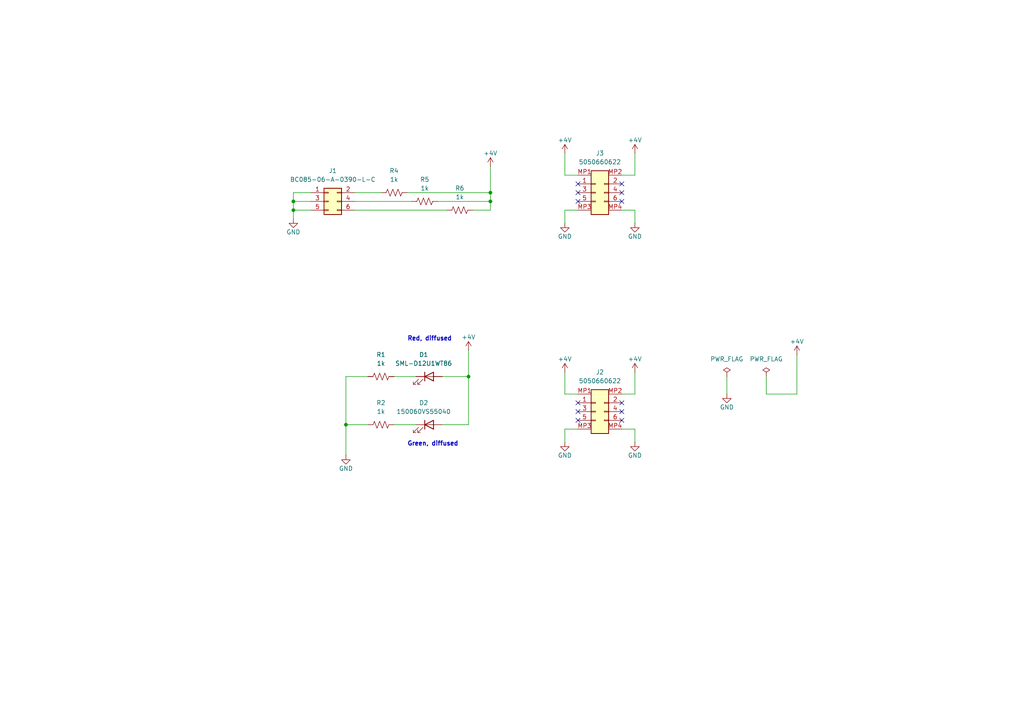
<source format=kicad_sch>
(kicad_sch (version 20231120) (generator "eeschema") (generator_version "8.0")
  (paper "A4")
  (title_block (title "ONIX Neuropixels LED Tracking Module") (rev "A") (company "Open Ephys, Inc") (comment 1 "Jonathan P. Newman"))
  (lib_symbols
    (symbol "Connector_Generic:Conn_02x03_Odd_Even" (pin_names (offset 1.016) hide)
      (property "Reference" "J" (at 1.27 5.08 0))
      (property "Value" "Conn_02x03_Odd_Even" (at 1.27 -5.08 0))
      (symbol "Conn_02x03_Odd_Even_1_1"
        (rectangle (start -1.27 -2.413) (end 0 -2.667) (stroke (width 0.1524)))
        (rectangle (start -1.27 0.127) (end 0 -0.127) (stroke (width 0.1524)))
        (rectangle (start -1.27 2.667) (end 0 2.413) (stroke (width 0.1524)))
        (rectangle (start -1.27 3.81) (end 3.81 -3.81) (stroke (width 0.254)) (fill (type background)))
        (rectangle (start 3.81 -2.413) (end 2.54 -2.667) (stroke (width 0.1524)))
        (rectangle (start 3.81 0.127) (end 2.54 -0.127) (stroke (width 0.1524)))
        (rectangle (start 3.81 2.667) (end 2.54 2.413) (stroke (width 0.1524)))
        (pin passive line (at -5.08 2.54 0) (length 3.81) (name "Pin_1") (number "1"))
        (pin passive line (at 7.62 2.54 180) (length 3.81) (name "Pin_2") (number "2"))
        (pin passive line (at -5.08 0 0) (length 3.81) (name "Pin_3") (number "3"))
        (pin passive line (at 7.62 0 180) (length 3.81) (name "Pin_4") (number "4"))
        (pin passive line (at -5.08 -2.54 0) (length 3.81) (name "Pin_5") (number "5"))
        (pin passive line (at 7.62 -2.54 180) (length 3.81) (name "Pin_6") (number "6"))
      )
    )
    (symbol "Device:LED" (pin_numbers hide) (pin_names (offset 1.016) hide)
      (property "Reference" "D" (at 0 2.54 0))
      (property "Value" "LED" (at 0 -2.54 0))
      (symbol "LED_0_1"
        (polyline (pts (xy -1.27 -1.27) (xy -1.27 1.27)) (stroke (width 0.254)))
        (polyline (pts (xy -1.27 0) (xy 1.27 0)))
        (polyline (pts (xy 1.27 -1.27) (xy 1.27 1.27) (xy -1.27 0) (xy 1.27 -1.27)) (stroke (width 0.254)))
        (polyline (pts (xy -3.048 -0.762) (xy -4.572 -2.286) (xy -3.81 -2.286) (xy -4.572 -2.286) (xy -4.572 -1.524)))
        (polyline (pts (xy -1.778 -0.762) (xy -3.302 -2.286) (xy -2.54 -2.286) (xy -3.302 -2.286) (xy -3.302 -1.524)))
      )
      (symbol "LED_1_1"
        (pin passive line (at -3.81 0 0) (length 2.54) (name "K") (number "1"))
        (pin passive line (at 3.81 0 180) (length 2.54) (name "A") (number "2"))
      )
    )
    (symbol "Device:R_US" (pin_numbers hide) (pin_names (offset 0))
      (property "Reference" "R" (at 2.54 0 90))
      (property "Value" "R_US" (at -2.54 0 90))
      (symbol "R_US_0_1"
        (polyline (pts (xy 0 -2.286) (xy 0 -2.54)))
        (polyline (pts (xy 0 2.286) (xy 0 2.54)))
        (polyline (pts (xy 0 -0.762) (xy 1.016 -1.143) (xy 0 -1.524) (xy -1.016 -1.905) (xy 0 -2.286)))
        (polyline (pts (xy 0 0.762) (xy 1.016 0.381) (xy 0 0) (xy -1.016 -0.381) (xy 0 -0.762)))
        (polyline (pts (xy 0 2.286) (xy 1.016 1.905) (xy 0 1.524) (xy -1.016 1.143) (xy 0 0.762)))
      )
      (symbol "R_US_1_1"
        (pin passive line (at 0 3.81 270) (length 1.27) (name "~") (number "1"))
        (pin passive line (at 0 -3.81 90) (length 1.27) (name "~") (number "2"))
      )
    )
    (symbol "jonnew:Conn_02x3_Odd_Even_4Mech" (pin_names hide)
      (property "Reference" "J" (at 0 11.43 0))
      (property "Value" "Conn_02x3_Odd_Even_4Mech" (at 1.27 8.89 0))
      (symbol "Conn_02x3_Odd_Even_4Mech_1_1"
        (rectangle (start -2.54 -2.413) (end -1.27 -2.667) (stroke (width 0.1524)))
        (rectangle (start -2.54 0.127) (end -1.27 -0.127) (stroke (width 0.1524)))
        (rectangle (start -2.54 2.667) (end -1.27 2.413) (stroke (width 0.1524)))
        (rectangle (start -2.54 6.35) (end 2.54 -6.35) (stroke (width 0.254)) (fill (type background)))
        (rectangle (start 2.54 -2.413) (end 1.27 -2.667) (stroke (width 0.1524)))
        (rectangle (start 2.54 0.127) (end 1.27 -0.127) (stroke (width 0.1524)))
        (rectangle (start 2.54 2.667) (end 1.27 2.413) (stroke (width 0.1524)))
        (pin passive line (at -6.35 2.54 0) (length 3.81) (name "Pin_1") (number "1"))
        (pin passive line (at 6.35 2.54 180) (length 3.81) (name "Pin_2") (number "2"))
        (pin passive line (at -6.35 0 0) (length 3.81) (name "Pin_3") (number "3"))
        (pin passive line (at 6.35 0 180) (length 3.81) (name "Pin_4") (number "4"))
        (pin passive line (at -6.35 -2.54 0) (length 3.81) (name "Pin_5") (number "5"))
        (pin passive line (at 6.35 -2.54 180) (length 3.81) (name "Pin_6") (number "6"))
        (pin passive line (at -6.35 5.08 0) (length 3.81) (name "MountPin1") (number "MP1"))
        (pin passive line (at 6.35 5.08 180) (length 3.81) (name "MountPin2") (number "MP2"))
        (pin passive line (at -6.35 -5.08 0) (length 3.81) (name "MountPin3") (number "MP3"))
        (pin passive line (at 6.35 -5.08 180) (length 3.81) (name "MountPin4") (number "MP4"))
      )
    )
    (symbol "power:+4V" (power) (pin_numbers hide) (pin_names (offset 0) hide)
      (property "Value" "+4V" (at 0 3.556 0))
      (symbol "+4V_0_1"
        (polyline (pts (xy -0.762 1.27) (xy 0 2.54)))
        (polyline (pts (xy 0 0) (xy 0 2.54)))
        (polyline (pts (xy 0 2.54) (xy 0.762 1.27)))
      )
      (symbol "+4V_1_1"
        (pin power_in line (at 0 0 90) (length 0) (name "~") (number "1"))
      )
    )
    (symbol "power:GND" (power) (pin_numbers hide) (pin_names (offset 0) hide)
      (property "Value" "GND" (at 0 -3.81 0))
      (symbol "GND_0_1"
        (polyline (pts (xy 0 0) (xy 0 -1.27) (xy 1.27 -1.27) (xy 0 -2.54) (xy -1.27 -1.27) (xy 0 -1.27)))
      )
      (symbol "GND_1_1"
        (pin power_in line (at 0 0 270) (length 0) (name "~") (number "1"))
      )
    )
    (symbol "power:PWR_FLAG" (power) (pin_numbers hide) (pin_names (offset 0) hide)
      (property "Value" "PWR_FLAG" (at 0 3.81 0))
      (symbol "PWR_FLAG_0_0"
        (pin power_out line (at 0 0 90) (length 0) (name "~") (number "1"))
      )
      (symbol "PWR_FLAG_0_1"
        (polyline (pts (xy 0 0) (xy 0 1.27) (xy -1.016 1.905) (xy 0 2.54) (xy 1.016 1.905) (xy 0 1.27)))
      )
    )
  )
  (junction (at 135.89 109.22))
  (junction (at 85.09 60.96))
  (junction (at 100.33 123.19))
  (junction (at 142.24 58.42))
  (junction (at 142.24 55.88))
  (junction (at 85.09 58.42))
  (no_connect (at 180.34 55.88))
  (no_connect (at 167.64 58.42))
  (no_connect (at 180.34 119.38))
  (no_connect (at 167.64 53.34))
  (no_connect (at 180.34 116.84))
  (no_connect (at 180.34 53.34))
  (no_connect (at 180.34 58.42))
  (no_connect (at 167.64 121.92))
  (no_connect (at 167.64 55.88))
  (no_connect (at 167.64 116.84))
  (no_connect (at 167.64 119.38))
  (no_connect (at 180.34 121.92))
  (wire (pts (xy 85.09 58.42) (xy 90.17 58.42)))
  (wire (pts (xy 100.33 109.22) (xy 100.33 123.19)))
  (wire (pts (xy 102.87 58.42) (xy 119.38 58.42)))
  (wire (pts (xy 180.34 124.46) (xy 184.15 124.46)))
  (wire (pts (xy 167.64 124.46) (xy 163.83 124.46)))
  (wire (pts (xy 114.3 123.19) (xy 120.65 123.19)))
  (wire (pts (xy 128.27 109.22) (xy 135.89 109.22)))
  (wire (pts (xy 184.15 44.45) (xy 184.15 50.8)))
  (wire (pts (xy 102.87 55.88) (xy 110.49 55.88)))
  (wire (pts (xy 210.82 109.22) (xy 210.82 114.3)))
  (wire (pts (xy 184.15 124.46) (xy 184.15 128.27)))
  (wire (pts (xy 106.68 109.22) (xy 100.33 109.22)))
  (wire (pts (xy 114.3 109.22) (xy 120.65 109.22)))
  (wire (pts (xy 231.14 114.3) (xy 231.14 102.87)))
  (wire (pts (xy 180.34 60.96) (xy 184.15 60.96)))
  (wire (pts (xy 100.33 123.19) (xy 106.68 123.19)))
  (wire (pts (xy 163.83 44.45) (xy 163.83 50.8)))
  (wire (pts (xy 163.83 60.96) (xy 163.83 64.77)))
  (wire (pts (xy 180.34 50.8) (xy 184.15 50.8)))
  (wire (pts (xy 184.15 60.96) (xy 184.15 64.77)))
  (wire (pts (xy 163.83 114.3) (xy 167.64 114.3)))
  (wire (pts (xy 222.25 114.3) (xy 231.14 114.3)))
  (wire (pts (xy 85.09 60.96) (xy 85.09 63.5)))
  (wire (pts (xy 100.33 123.19) (xy 100.33 132.08)))
  (wire (pts (xy 180.34 114.3) (xy 184.15 114.3)))
  (wire (pts (xy 85.09 58.42) (xy 85.09 60.96)))
  (wire (pts (xy 163.83 50.8) (xy 167.64 50.8)))
  (wire (pts (xy 163.83 107.95) (xy 163.83 114.3)))
  (wire (pts (xy 127 58.42) (xy 142.24 58.42)))
  (wire (pts (xy 163.83 124.46) (xy 163.83 128.27)))
  (wire (pts (xy 184.15 107.95) (xy 184.15 114.3)))
  (wire (pts (xy 142.24 55.88) (xy 142.24 58.42)))
  (wire (pts (xy 142.24 60.96) (xy 137.16 60.96)))
  (wire (pts (xy 90.17 55.88) (xy 85.09 55.88)))
  (wire (pts (xy 167.64 60.96) (xy 163.83 60.96)))
  (wire (pts (xy 85.09 55.88) (xy 85.09 58.42)))
  (wire (pts (xy 102.87 60.96) (xy 129.54 60.96)))
  (wire (pts (xy 142.24 48.26) (xy 142.24 55.88)))
  (wire (pts (xy 142.24 58.42) (xy 142.24 60.96)))
  (wire (pts (xy 135.89 101.6) (xy 135.89 109.22)))
  (wire (pts (xy 222.25 109.22) (xy 222.25 114.3)))
  (wire (pts (xy 135.89 109.22) (xy 135.89 123.19)))
  (wire (pts (xy 118.11 55.88) (xy 142.24 55.88)))
  (wire (pts (xy 128.27 123.19) (xy 135.89 123.19)))
  (wire (pts (xy 90.17 60.96) (xy 85.09 60.96)))
  (text "Red, diffused" (at 118.11 99.06 0) (effects (font (size 1.27 1.27) (thickness 0.254) (bold yes)) (justify left bottom)))
  (text "Green, diffused" (at 118.11 129.54 0) (effects (font (size 1.27 1.27) (thickness 0.254) (bold yes)) (justify left bottom)))
  (symbol (lib_id "power:GND") (at 85.09 63.5 0) (unit 1)
    (property "Reference" "#PWR01" (effects (hide yes)))
    (property "Value" "GND" (at 85.09 67.31 0))
    (property "Description" "Power symbol creates a global label with name \"GND\" , ground" (effects (hide yes)))
  )
  (symbol (lib_id "Device:LED") (at 124.46 109.22 0) (unit 1)
    (property "Reference" "D1" (at 122.8725 102.87 0))
    (property "Value" "SML-D12U1WT86" (at 122.8725 105.41 0))
    (property "Footprint" "LED_SMD:LED_0603_1608Metric" (effects (hide yes)))
    (property "Description" "Light emitting diode" (effects (hide yes)))
  )
  (symbol (lib_id "power:GND") (at 163.83 128.27 0) (unit 1)
    (property "Reference" "#PWR06" (effects (hide yes)))
    (property "Value" "GND" (at 163.83 132.08 0))
    (property "Description" "Power symbol creates a global label with name \"GND\" , ground" (effects (hide yes)))
  )
  (symbol (lib_id "power:GND") (at 210.82 114.3 0) (unit 1)
    (property "Reference" "#PWR013" (effects (hide yes)))
    (property "Value" "GND" (at 210.82 118.11 0))
    (property "Description" "Power symbol creates a global label with name \"GND\" , ground" (effects (hide yes)))
  )
  (symbol (lib_id "power:GND") (at 184.15 64.77 0) (unit 1)
    (property "Reference" "#PWR012" (effects (hide yes)))
    (property "Value" "GND" (at 184.15 68.58 0))
    (property "Description" "Power symbol creates a global label with name \"GND\" , ground" (effects (hide yes)))
  )
  (symbol (lib_id "Device:R_US") (at 133.35 60.96 90) (unit 1)
    (property "Reference" "R6" (at 133.35 54.61 90))
    (property "Value" "1k" (at 133.35 57.15 90))
    (property "Footprint" "Resistor_SMD:R_0402_1005Metric" (effects (hide yes)))
    (property "Description" "Resistor, US symbol" (effects (hide yes)))
  )
  (symbol (lib_id "power:GND") (at 184.15 128.27 0) (unit 1)
    (property "Reference" "#PWR010" (effects (hide yes)))
    (property "Value" "GND" (at 184.15 132.08 0))
    (property "Description" "Power symbol creates a global label with name \"GND\" , ground" (effects (hide yes)))
  )
  (symbol (lib_id "power:GND") (at 100.33 132.08 0) (unit 1)
    (property "Reference" "#PWR02" (effects (hide yes)))
    (property "Value" "GND" (at 100.33 135.89 0))
    (property "Description" "Power symbol creates a global label with name \"GND\" , ground" (effects (hide yes)))
  )
  (symbol (lib_id "Device:R_US") (at 110.49 109.22 90) (unit 1)
    (property "Reference" "R1" (at 110.49 102.87 90))
    (property "Value" "1k" (at 110.49 105.41 90))
    (property "Footprint" "Resistor_SMD:R_0402_1005Metric" (effects (hide yes)))
    (property "Description" "Resistor, US symbol" (effects (hide yes)))
  )
  (symbol (lib_id "Connector_Generic:Conn_02x03_Odd_Even") (at 95.25 58.42 0) (unit 1)
    (property "Reference" "J1" (at 96.52 49.53 0))
    (property "Value" "BC085-06-A-0390-L-C" (at 96.52 52.07 0))
    (property "Footprint" "Connector_PinSocket_1.00mm:PinSocket_2x03_P1.00mm_Vertical_SMD" (effects (hide yes)))
    (property "Description" "Generic connector, double row, 02x03, odd/even pin numbering scheme (row 1 odd numbers, row 2 even numbers), script generated (kicad-library-utils/schlib/autogen/connector/)" (effects (hide yes)))
  )
  (symbol (lib_id "Device:R_US") (at 114.3 55.88 90) (unit 1)
    (property "Reference" "R4" (at 114.3 49.53 90))
    (property "Value" "1k" (at 114.3 52.07 90))
    (property "Footprint" "Resistor_SMD:R_0402_1005Metric" (effects (hide yes)))
    (property "Description" "Resistor, US symbol" (effects (hide yes)))
  )
  (symbol (lib_id "jonnew:Conn_02x3_Odd_Even_4Mech") (at 173.99 55.88 0) (unit 1)
    (property "Reference" "J3" (at 173.99 44.45 0))
    (property "Value" "5050660622" (at 173.99 46.99 0))
    (property "Footprint" "jonnew:MOLEX_5050660622" (effects (hide yes)))
    (property "MPN" "5050660622" (effects (hide yes)))
    (property "Type" "SMD" (effects (hide yes)))
  )
  (symbol (lib_id "power:PWR_FLAG") (at 222.25 109.22 0) (unit 1)
    (property "Reference" "#FLG02" (effects (hide yes)))
    (property "Value" "PWR_FLAG" (at 222.25 104.14 0))
    (property "Description" "Special symbol for telling ERC where power comes from" (effects (hide yes)))
  )
  (symbol (lib_id "power:+4V") (at 142.24 48.26 0) (unit 1)
    (property "Reference" "#PWR04" (effects (hide yes)))
    (property "Value" "+4V" (at 142.24 44.45 0))
    (property "Description" "Power symbol creates a global label with name \"+4V\"" (effects (hide yes)))
  )
  (symbol (lib_id "power:+4V") (at 231.14 102.87 0) (unit 1)
    (property "Reference" "#PWR014" (effects (hide yes)))
    (property "Value" "+4V" (at 231.14 99.06 0))
    (property "Description" "Power symbol creates a global label with name \"+4V\"" (effects (hide yes)))
  )
  (symbol (lib_id "power:+4V") (at 163.83 44.45 0) (unit 1)
    (property "Reference" "#PWR07" (effects (hide yes)))
    (property "Value" "+4V" (at 163.83 40.64 0))
    (property "Description" "Power symbol creates a global label with name \"+4V\"" (effects (hide yes)))
  )
  (symbol (lib_id "power:+4V") (at 184.15 44.45 0) (unit 1)
    (property "Reference" "#PWR011" (effects (hide yes)))
    (property "Value" "+4V" (at 184.15 40.64 0))
    (property "Description" "Power symbol creates a global label with name \"+4V\"" (effects (hide yes)))
  )
  (symbol (lib_id "Device:R_US") (at 123.19 58.42 90) (unit 1)
    (property "Reference" "R5" (at 123.19 52.07 90))
    (property "Value" "1k" (at 123.19 54.61 90))
    (property "Footprint" "Resistor_SMD:R_0402_1005Metric" (effects (hide yes)))
    (property "Description" "Resistor, US symbol" (effects (hide yes)))
  )
  (symbol (lib_id "power:PWR_FLAG") (at 210.82 109.22 0) (unit 1)
    (property "Reference" "#FLG01" (effects (hide yes)))
    (property "Value" "PWR_FLAG" (at 210.82 104.14 0))
    (property "Description" "Special symbol for telling ERC where power comes from" (effects (hide yes)))
  )
  (symbol (lib_id "power:+4V") (at 135.89 101.6 0) (unit 1)
    (property "Reference" "#PWR03" (effects (hide yes)))
    (property "Value" "+4V" (at 135.89 97.79 0))
    (property "Description" "Power symbol creates a global label with name \"+4V\"" (effects (hide yes)))
  )
  (symbol (lib_id "power:GND") (at 163.83 64.77 0) (unit 1)
    (property "Reference" "#PWR08" (effects (hide yes)))
    (property "Value" "GND" (at 163.83 68.58 0))
    (property "Description" "Power symbol creates a global label with name \"GND\" , ground" (effects (hide yes)))
  )
  (symbol (lib_id "Device:LED") (at 124.46 123.19 0) (unit 1)
    (property "Reference" "D2" (at 122.8725 116.84 0))
    (property "Value" "150060VS55040" (at 122.8725 119.38 0))
    (property "Footprint" "LED_SMD:LED_0603_1608Metric" (effects (hide yes)))
    (property "Description" "Light emitting diode" (effects (hide yes)))
  )
  (symbol (lib_id "power:+4V") (at 184.15 107.95 0) (unit 1)
    (property "Reference" "#PWR09" (effects (hide yes)))
    (property "Value" "+4V" (at 184.15 104.14 0))
    (property "Description" "Power symbol creates a global label with name \"+4V\"" (effects (hide yes)))
  )
  (symbol (lib_id "Device:R_US") (at 110.49 123.19 90) (unit 1)
    (property "Reference" "R2" (at 110.49 116.84 90))
    (property "Value" "1k" (at 110.49 119.38 90))
    (property "Footprint" "Resistor_SMD:R_0402_1005Metric" (effects (hide yes)))
    (property "Description" "Resistor, US symbol" (effects (hide yes)))
  )
  (symbol (lib_id "jonnew:Conn_02x3_Odd_Even_4Mech") (at 173.99 119.38 0) (unit 1)
    (property "Reference" "J2" (at 173.99 107.95 0))
    (property "Value" "5050660622" (at 173.99 110.49 0))
    (property "Footprint" "jonnew:MOLEX_5050660622" (effects (hide yes)))
    (property "MPN" "5050660622" (effects (hide yes)))
    (property "Type" "SMD" (effects (hide yes)))
  )
  (symbol (lib_id "power:+4V") (at 163.83 107.95 0) (unit 1)
    (property "Reference" "#PWR05" (effects (hide yes)))
    (property "Value" "+4V" (at 163.83 104.14 0))
    (property "Description" "Power symbol creates a global label with name \"+4V\"" (effects (hide yes)))
  )
)
</source>
